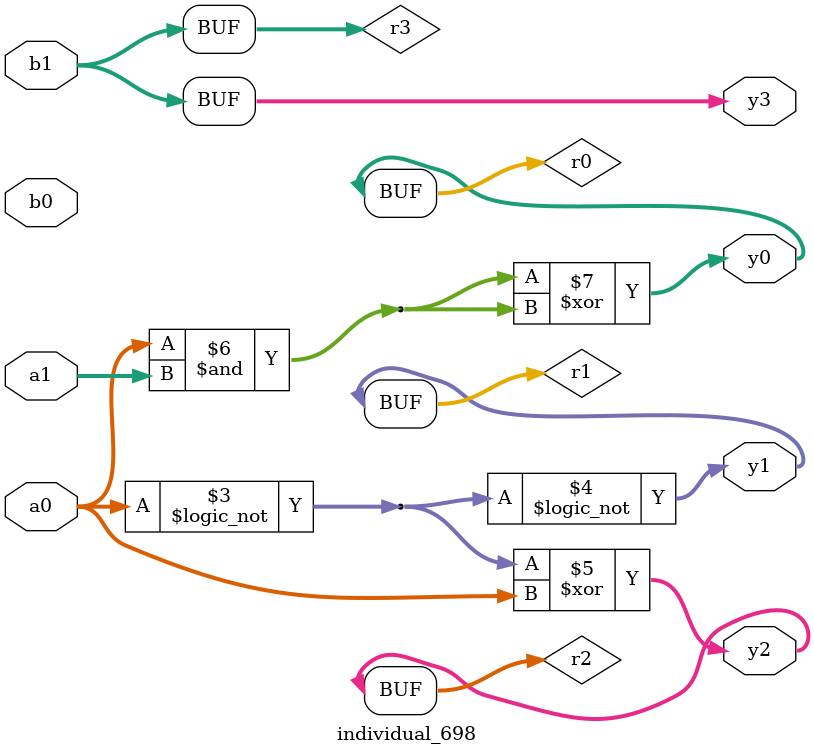
<source format=sv>
module individual_698(input logic [15:0] a1, input logic [15:0] a0, input logic [15:0] b1, input logic [15:0] b0, output logic [15:0] y3, output logic [15:0] y2, output logic [15:0] y1, output logic [15:0] y0);
logic [15:0] r0, r1, r2, r3; 
 always@(*) begin 
	 r0 = a0; r1 = a1; r2 = b0; r3 = b1; 
 	 r1  &=  r3 ;
 	 r2 = ! a0 ;
 	 r1 = ! r2 ;
 	 r2  ^=  r0 ;
 	 r0  &=  a1 ;
 	 r0  ^=  r0 ;
 	 y3 = r3; y2 = r2; y1 = r1; y0 = r0; 
end
endmodule
</source>
